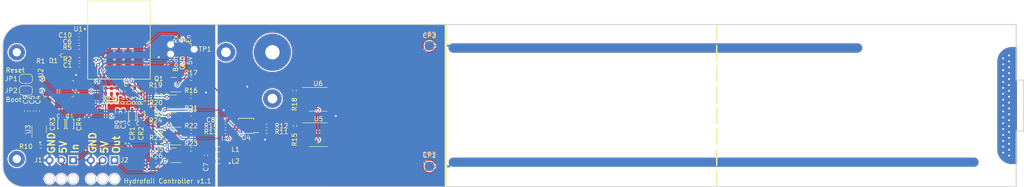
<source format=kicad_pcb>
(kicad_pcb (version 20221018) (generator pcbnew)
  (layers (0 "F.Cu" signal) (31 "B.Cu" signal) (34 "B.Paste" user) (35 "F.Paste" user) (36 "B.SilkS" user "B.Silkscreen") (37 "F.SilkS" user "F.Silkscreen") (38 "B.Mask" user) (39 "F.Mask" user) (44 "Edge.Cuts" user))
  (net 0 "")
  (net 1 "AIN0")
  (net 2 "+5V")
  (net 3 "GND")
  (net 4 "AIN1")
  (net 5 "/+5V-Logic")
  (net 6 "+3.3V")
  (net 7 "Input-Reset")
  (net 8 "GNDA")
  (net 9 "+5VA")
  (net 10 "+5V-Prog")
  (net 11 "Input-Boot")
  (net 12 "ESP-Boot")
  (net 13 "Net-(D1-A)")
  (net 14 "User-LED")
  (net 15 "Net-(D2-A)")
  (net 16 "Ready-LV")
  (net 17 "Ready-HV")
  (net 18 "SDA-LV")
  (net 19 "SDA-HV")
  (net 20 "SCL-LV")
  (net 21 "SCL-HV")
  (net 22 "PWM-In-LV")
  (net 23 "PWM-In-HV")
  (net 24 "PWM-Out-LV")
  (net 25 "PWM-Out-HV")
  (net 26 "/+5V-Raw")
  (net 27 "Net-(JP1-A)")
  (net 28 "Net-(JP2-A)")
  (net 29 "/ADS1115-ADC/Set-Curr-1")
  (net 30 "/ADS1115-ADC/Set-Curr-2")
  (net 31 "ESP-Rx")
  (net 32 "ESP-Tx")
  (net 33 "ESP-En")
  (net 34 "Net-(U4-ADDR)")
  (net 37 "Net-(C3-Pad1)")
  (net 38 "Net-(U1-IO2)")
  (net 39 "Net-(U3-ON)")
  (footprint "LED_SMD:LED_0402_1005Metric_Pad0.77x0.64mm_HandSolder" (layer "F.Cu") (at 65.973709 85.486279 -90)
    (fp_text reference "D2")
    (fp_text value "Red")
  )
  (footprint "Capacitor_SMD:C_0402_1005Metric_Pad0.74x0.62mm_HandSolder" (layer "F.Cu") (at 45.085 90.369127 90)
    (fp_text reference "C5")
    (fp_text value "10u")
  )
  (footprint "CUS08F30:USC_TOS" (layer "F.Cu") (at 51.435 93.159127 -90)
    (fp_text reference "CR3")
    (fp_text value "CUS08F30_H3F")
  )
  (footprint "Resistor_SMD:R_0402_1005Metric_Pad0.72x0.64mm_HandSolder" (layer "F.Cu") (at 79.3375 98.624127 180)
    (fp_text reference "R23")
    (fp_text value "10k")
  )
  (footprint "Package_SO:SOIC-8_3.9x4.9mm_P1.27mm" (layer "F.Cu") (at 106.68 87.829127)
    (fp_text reference "U6")
    (fp_text value "LM334M")
  )
  (footprint "Package_TO_SOT_SMD:SOT-23" (layer "F.Cu") (at 75.535 96.084127 180)
    (fp_text reference "Q4")
    (fp_text value "BSS138")
  )
  (footprint "Resistor_SMD:R_0402_1005Metric_Pad0.72x0.64mm_HandSolder" (layer "F.Cu") (at 63.483408 86.031482 90)
    (fp_text reference "R7")
    (fp_text value "10k")
  )
  (footprint "Capacitor_SMD:C_0402_1005Metric_Pad0.74x0.62mm_HandSolder" (layer "F.Cu") (at 62.213408 86.031482 -90)
    (fp_text reference "C2")
    (fp_text value "1u")
  )
  (footprint "ESP32-C3-MINI-1-N4:ESP32-C3-MINI-1_EXP" (layer "F.Cu") (at 63.829999 75.034027)
    (fp_text reference "U1")
    (fp_text value "ESP32-C3-MINI-1-N4")
  )
  (footprint "Package_TO_SOT_SMD:SOT-23" (layer "F.Cu") (at 75.565 88.464127 180)
    (fp_text reference "Q2")
    (fp_text value "BSS138")
  )
  (footprint "Custom_Footprints:Solder_Connector" (layer "F.Cu") (at 60.325 100.965 180)
    (fp_text reference "J2" hide)
    (fp_text value "Conn_01x03_Pin" hide)
  )
  (footprint "Resistor_SMD:R_0402_1005Metric_Pad0.72x0.64mm_HandSolder" (layer "F.Cu") (at 79.3375 87.194127 180)
    (fp_text reference "R16")
    (fp_text value "10k")
  )
  (footprint "Resistor_SMD:R_0402_1005Metric_Pad0.72x0.64mm_HandSolder" (layer "F.Cu") (at 71.7175 93.544127)
    (fp_text reference "R24")
    (fp_text value "10k")
  )
  (footprint "Resistor_SMD:R_0402_1005Metric_Pad0.72x0.64mm_HandSolder" (layer "F.Cu") (at 71.7925 97.354127)
    (fp_text reference "R25")
    (fp_text value "10k")
  )
  (footprint "Resistor_SMD:R_0402_1005Metric_Pad0.72x0.64mm_HandSolder" (layer "F.Cu") (at 71.7925 89.734127)
    (fp_text reference "R20")
    (fp_text value "10k")
  )
  (footprint "Package_TO_SOT_SMD:SOT-23" (layer "F.Cu") (at 75.565 84.654127 180)
    (fp_text reference "Q1")
    (fp_text value "BSS138")
  )
  (footprint "Resistor_SMD:R_0402_1005Metric_Pad0.72x0.64mm_HandSolder" (layer "F.Cu") (at 64.753408 86.068982 90)
    (fp_text reference "R4")
    (fp_text value "1k")
  )
  (footprint "Resistor_SMD:R_0402_1005Metric_Pad0.72x0.64mm_HandSolder" (layer "F.Cu") (at 71.7175 85.924127)
    (fp_text reference "R19")
    (fp_text value "10k")
  )
  (footprint "Connector:Tag-Connect_TC2030-IDC-NL_2x03_P1.27mm_Vertical" (layer "F.Cu") (at 77.47 77.034127 180)
    (fp_text reference "TP1")
    (fp_text value "~")
  )
  (footprint "Resistor_SMD:R_0402_1005Metric_Pad0.72x0.64mm_HandSolder" (layer "F.Cu") (at 79.3375 91.004127 180)
    (fp_text reference "R21")
    (fp_text value "10k")
  )
  (footprint "Resistor_SMD:R_0402_1005Metric_Pad0.72x0.64mm_HandSolder" (layer "F.Cu") (at 63.5 90.739127 -90)
    (fp_text reference "R9")
    (fp_text value "1k")
  )
  (footprint "Capacitor_SMD:C_0402_1005Metric_Pad0.74x0.62mm_HandSolder" (layer "F.Cu") (at 55.245 75.379127 180)
    (fp_text reference "C6")
    (fp_text value "10u")
  )
  (footprint "Capacitor_SMD:C_0402_1005Metric_Pad0.74x0.62mm_HandSolder" (layer "F.Cu") (at 82.55 99.894127 -90)
    (fp_text reference "C7")
    (fp_text value "1u")
  )
  (footprint "Capacitor_SMD:C_0402_1005Metric_Pad0.74x0.62mm_HandSolder" (layer "F.Cu") (at 46.355 90.369127 90)
    (fp_text reference "C4")
    (fp_text value "10u")
  )
  (footprint "Capacitor_SMD:C_0402_1005Metric_Pad0.74x0.62mm_HandSolder" (layer "F.Cu") (at 64.77 90.739127 -90)
    (fp_text reference "C3")
    (fp_text value "1u")
  )
  (footprint "Capacitor_SMD:C_0402_1005Metric_Pad0.74x0.62mm_HandSolder" (layer "F.Cu") (at 55.243749 73.986301 180)
    (fp_text reference "C10")
    (fp_text value "10u")
  )
  (footprint "Resistor_SMD:R_0402_1005Metric_Pad0.72x0.64mm_HandSolder" (layer "F.Cu") (at 67.212613 86.044692 90)
    (fp_text reference "R3")
    (fp_text value "10k")
  )
  (footprint "Resistor_SMD:R_0402_1005Metric_Pad0.72x0.64mm_HandSolder" (layer "F.Cu") (at 101.73 93.544127 -90)
    (fp_text reference "R15")
    (fp_text value "150R")
  )
  (footprint "Package_TO_SOT_SMD:SOT-23" (layer "F.Cu") (at 75.565 99.894127 180)
    (fp_text reference "Q5")
    (fp_text value "BSS138")
  )
  (footprint "Resistor_SMD:R_0402_1005Metric_Pad0.72x0.64mm_HandSolder" (layer "F.Cu") (at 49.77 79.574127 180)
    (fp_text reference "R1")
    (fp_text value "1k")
  )
  (footprint "TestPoint:TestPoint_Pad_D2.0mm" (layer "F.Cu") (at 130.617262 76.260138 180)
    (fp_text reference "CP3")
    (fp_text value "Short Probe")
  )
  (footprint "digikey-footprints:SOT-223" (layer "F.Cu") (at 50.8 85.539127)
    (fp_text reference "U2")
    (fp_text value "LD1117S33CTR")
  )
  (footprint "Package_TO_SOT_SMD:SOT-23-6" (layer "F.Cu") (at 46.67 94.311627 90)
    (fp_text reference "U3")
    (fp_text value "TPS22917DBV")
  )
  (footprint "Package_TO_SOT_SMD:SOT-23" (layer "F.Cu") (at 75.535 92.274127 180)
    (fp_text reference "Q3")
    (fp_text value "BSS138")
  )
  (footprint "Jumper:SolderJumper-2_P1.3mm_Open_RoundedPad1.0x1.5mm" (layer "F.Cu") (at 43.815 83.384127 180)
    (fp_text reference "JP1")
    (fp_text value "Reset Settings")
  )
  (footprint "CUS08F30:USC_TOS" (layer "F.Cu") (at 53.34 93.159127 -90)
    (fp_text reference "CR4")
    (fp_text value "CUS08F30_H3F")
  )
  (footprint "Inductor_SMD:L_0805_2012Metric_Pad1.05x1.20mm_HandSolder" (layer "F.Cu") (at 85.21 101.164127 180)
    (fp_text reference "L2")
    (fp_text value "MMZ2012Y102B")
  )
  (footprint "Resistor_SMD:R_0402_1005Metric_Pad0.72x0.64mm_HandSolder" (layer "F.Cu") (at 60.943408 86.031482 -90)
    (fp_text reference "R8")
    (fp_text value "1k")
  )
  (footprint "Resistor_SMD:R_0402_1005Metric_Pad0.72x0.64mm_HandSolder" (layer "F.Cu") (at 79.3375 94.814127 180)
    (fp_text reference "R22")
    (fp_text value "10k")
  )
  (footprint "CUS08F30:USC_TOS" (layer "F.Cu") (at 68.58 91.374127 90)
    (fp_text reference "CR2")
    (fp_text value "CUS08F30_H3F")
  )
  (footprint "CUS08F30:USC_TOS" (layer "F.Cu") (at 66.675 91.374127 90)
    (fp_text reference "CR1")
    (fp_text value "CUS08F30_H3F")
  )
  (footprint "Resistor_SMD:R_0402_1005Metric_Pad0.72x0.64mm_HandSolder" (layer "F.Cu") (at 55.3125 79.189127)
    (fp_text reference "R2")
    (fp_text value "10k")
  )
  (footprint "Package_SO:SOIC-8_3.9x4.9mm_P1.27mm" (layer "F.Cu") (at 106.745 95.449127)
    (fp_text reference "U5")
    (fp_text value "LM334M")
  )
  (footprint "Jumper:SolderJumper-2_P1.3mm_Open_RoundedPad1.0x1.5mm" (layer "F.Cu") (at 43.815 85.924127 180)
    (fp_text reference "JP2")
    (fp_text value "Boot")
  )
  (footprint "Resistor_SMD:R_0402_1005Metric_Pad0.72x0.64mm_HandSolder" (layer "F.Cu") (at 68.563408 86.031482 90)
    (fp_text reference "R6")
    (fp_text value "10k")
  )
  (footprint "Resistor_SMD:R_0402_1005Metric_Pad0.72x0.64mm_HandSolder" (layer "F.Cu") (at 46.99 97.989127 180)
    (fp_text reference "R10")
    (fp_text value "10k")
  )
  (footprint "Capacitor_SMD:C_0402_1005Metric_Pad0.74x0.62mm_HandSolder" (layer "F.Cu") (at 86.6775 92.274127)
    (fp_text reference "C8")
    (fp_text value "1u")
  )
  (footprint "Resistor_SMD:R_0402_1005Metric_Pad0.72x0.64mm_HandSolder" (layer "F.Cu") (at 55.2825 76.649127)
    (fp_text reference "R5")
    (fp_text value "10k")
  )
  (footprint "Inductor_SMD:L_0805_2012Metric_Pad1.05x1.20mm_HandSolder" (layer "F.Cu") (at 85.21 98.624127 180)
    (fp_text reference "L1")
    (fp_text value "MMZ2012Y102B")
  )
  (footprint "Resistor_SMD:R_0402_1005Metric_Pad0.72x0.64mm_HandSolder" (layer "F.Cu") (at 71.7925 101.164127)
    (fp_text reference "R26")
    (fp_text value "10k")
  )
  (footprint "Resistor_SMD:R_0402_1005Metric_Pad0.72x0.64mm_HandSolder" (layer "F.Cu") (at 86.7075 94.814127)
    (fp_text reference "R13")
    (fp_text value "10k")
  )
  (footprint "Resistor_SMD:R_0402_1005Metric_Pad0.72x0.64mm_HandSolder" (layer "F.Cu") (at 101.6 85.924127 -90)
    (fp_text reference "R18")
    (fp_text value "150R")
  )
  (footprint "TestPoint:TestPoint_Pad_D2.0mm" (layer "F.Cu") (at 130.617262 102.295138 180)
    (fp_text reference "CP1")
    (fp_text value "Long Probe")
  )
  (footprint "Resistor_SMD:R_0402_1005Metric_Pad0.72x0.64mm_HandSolder" (layer "F.Cu") (at 95.5975 94.814127)
    (fp_text reference "R11")
    (fp_text value "10k")
  )
  (footprint "Resistor_SMD:R_0402_1005Metric_Pad0.72x0.64mm_HandSolder" (layer "F.Cu") (at 95.5975 93.544127 180)
    (fp_text reference "R12")
    (fp_text value "10k")
  )
  (footprint "Capacitor_SMD:C_0402_1005Metric_Pad0.74x0.62mm_HandSolder" (layer "F.Cu") (at 43.865563 90.36792 90)
    (fp_text reference "C9")
    (fp_text value "10u")
  )
  (footprint "Resistor_SMD:R_0402_1005Metric_Pad0.72x0.64mm_HandSolder" (layer "F.Cu") (at 79.3375 83.384127 180)
    (fp_text reference "R17")
    (fp_text value "10k")
  )
  (footprint "Resistor_SMD:R_0402_1005Metric_Pad0.72x0.64mm_HandSolder" (layer "F.Cu") (at 86.7825 93.544127)
    (fp_text reference "R14")
    (fp_text value "10k")
  )
  (footprint "LED_SMD:LED_0402_1005Metric_Pad0.77x0.64mm_HandSolder" (layer "F.Cu") (at 49.7325 78.304127 180)
    (fp_text reference "D1")
    (fp_text value "Yellow")
  )
  (footprint "Package_SO:TSSOP-10_3x3mm_P0.5mm" (layer "F.Cu") (at 91.19 93.544127 180)
    (fp_text reference "U4")
    (fp_text value "ADS1115IDGS")
  )
  (footprint "Custom_Footprints:Solder_Connector" (layer "F.Cu") (at 51.435 100.965 180)
    (fp_text reference "J1" hide)
    (fp_text value "Conn_01x03_Pin" hide)
  )
  (footprint "Capacitor_SMD:C_0402_1005Metric_Pad0.74x0.62mm_HandSolder" (layer "F.Cu") (at 55.3125 80.459127 180)
    (fp_text reference "C1")
    (fp_text value "1u")
  )
  (footprint "TestPoint:TestPoint_Pad_D2.0mm" (layer "B.Cu") (at 130.617262 76.260138)
    (fp_text reference "CP4")
    (fp_text value "Short Probe")
  )
  (footprint "TestPoint:TestPoint_Pad_D2.0mm" (layer "B.Cu") (at 130.617262 102.295138)
    (fp_text reference "CP2")
    (fp_text value "Long Probe")
  )
  (gr_poly (pts (arc (start 255.89936 76.667007) (mid 253.77804 77.545687) (end 252.89936 79.667007)) (arc (start 252.89936 98.667007) (mid 253.77804 100.788327) (end 255.89936 101.667007)) (xy 256.89936 101.667007) (xy 256.89936 76.667007)) (stroke (width 0.2)) (fill solid) (layer "F.Cu"))
  (gr_poly (pts (arc (start 255.89936 76.667007) (mid 253.77804 77.545687) (end 252.89936 79.667007)) (arc (start 252.89936 98.667007) (mid 253.77804 100.788327) (end 255.89936 101.667007)) (xy 256.89936 101.667007) (xy 256.89936 76.667007)) (stroke (width 0.2)) (fill solid) (layer "B.Cu"))
  (gr_line (start 192.423942 106.52895) (end 192.432715 71.790516) (stroke (width 0.3) (type dash)) (layer "F.SilkS"))
  (gr_line (start 134.149407 71.830892) (end 134.148989 106.497336) (stroke (width 0.5)) (layer "F.SilkS"))
  (gr_line (start 256.847349 71.68) (end 256.847349 83.68) (stroke (width 0.2)) (layer "Edge.Cuts"))
  (gr_line (start 38.847349 76.18) (end 38.847349 102.18) (stroke (width 0.2)) (layer "Edge.Cuts"))
  (gr_arc (start 43.347349 106.68) (mid 40.165346 105.361996) (end 38.847349 102.18) (stroke (width 0.2)) (layer "Edge.Cuts"))
  (gr_line (start 258.447349 94.68) (end 256.847349 94.68) (stroke (width 0.2)) (layer "Edge.Cuts"))
  (gr_arc (start 38.847349 76.18) (mid 40.165353 72.998003) (end 43.347349 71.68) (stroke (width 0.2)) (layer "Edge.Cuts"))
  (gr_line (start 258.447349 83.68) (end 258.447349 94.68) (stroke (width 0.2)) (layer "Edge.Cuts"))
  (gr_line (start 43.347349 106.68) (end 256.847349 106.68) (stroke (width 0.2)) (layer "Edge.Cuts"))
  (gr_line (start 256.847349 83.68) (end 258.447349 83.68) (stroke (width 0.2)) (layer "Edge.Cuts"))
  (gr_line (start 256.847349 71.68) (end 43.347349 71.68) (stroke (width 0.2)) (layer "Edge.Cuts"))
  (gr_line (start 256.847349 94.68) (end 256.847349 106.68) (stroke (width 0.2)) (layer "Edge.Cuts"))
  (gr_text "Out" (at 64.135 99.695 90) (layer "F.SilkS") (effects (font (size 1.5 1.5) (thickness 0.3) bold) (justify left bottom)))
  (gr_text "In" (at 55.245 99.695 90) (layer "F.SilkS") (effects (font (size 1.5 1.5) (thickness 0.3) bold) (justify left bottom)))
  (gr_text "Reset" (at 39.37 82.114127) (layer "F.SilkS") (effects (font (size 1 1)) (justify left bottom)))
  (gr_text "5V" (at 52.705 99.695 90) (layer "F.SilkS") (effects (font (size 1.5 1.5) (thickness 0.3) bold) (justify left bottom)))
  (gr_text "5V" (at 79.640585 80.488997 90) (layer "F.SilkS") (effects (font (size 1 1)) (justify left bottom)))
  (gr_text "C" (at 50.301648 91.917203) (layer "F.SilkS") (effects (font (size 0.8 0.8) (thickness 0.12)) (justify left bottom)))
  (gr_text "GND" (at 78.060578 81.583805 90) (layer "F.SilkS") (effects (font (size 1 1)) (justify left bottom)))
  (gr_text "Tx" (at 77.96105 75.724093 90) (layer "F.SilkS") (effects (font (size 1 1)) (justify left bottom)))
  (gr_text "Hydrofoil Controller v1.1" (at 64.77 106.045) (layer "F.SilkS") (effects (font (size 1 1)) (justify left bottom)))
  (gr_text "C" (at 64.794256 85.119188) (layer "F.SilkS") (effects (font (size 0.8 0.8) (thickness 0.12)) (justify left bottom)))
  (gr_text "5V" (at 61.595 99.695 90) (layer "F.SilkS") (effects (font (size 1.5 1.5) (thickness 0.3) bold) (justify left bottom)))
  (gr_text "J2" (at 64.051414 101.50175) (layer "F.SilkS") (effects (font (size 1 1)) (justify left bottom)))
  (gr_text "Boot" (at 76.60498 81.969476 90) (layer "F.SilkS") (effects (font (size 1 1)) (justify left bottom)))
  (gr_text "GND" (at 50.165 99.695 90) (layer "F.SilkS") (effects (font (size 1.5 1.5) (thickness 0.3) bold) (justify left bottom)))
  (gr_text "Boot" (at 39.37 88.464127) (layer "F.SilkS") (effects (font (size 1 1)) (justify left bottom)))
  (gr_text "Rx" (at 76.580098 75.823621 90) (layer "F.SilkS") (effects (font (size 1 1)) (justify left bottom)))
  (gr_text "En" (at 79.375 75.764127 90) (layer "F.SilkS") (effects (font (size 1 1)) (justify left bottom)))
  (gr_text "C" (at 52.229329 91.925103) (layer "F.SilkS") (effects (font (size 0.8 0.8) (thickness 0.12)) (justify left bottom)))
  (gr_text "C" (at 65.474233 93.506815) (layer "F.SilkS") (effects (font (size 0.8 0.8) (thickness 0.12)) (justify left bottom)))
  (gr_text "J1" (at 45.518299 101.492445) (layer "F.SilkS") (effects (font (size 1 1)) (justify left bottom)))
  (gr_text "C" (at 67.380846 93.517349) (layer "F.SilkS") (effects (font (size 0.8 0.8) (thickness 0.12)) (justify left bottom)))
  (gr_text "GND" (at 59.055 99.695 90) (layer "F.SilkS") (effects (font (size 1.5 1.5) (thickness 0.3) bold) (justify left bottom)))
  (gr_text "C" (at 51.045705 78.841826) (layer "F.SilkS") (effects (font (size 0.8 0.8) (thickness 0.12)) (justify left bottom)))
  (via (at 255.318605 98.686961) (size 0.8) (drill 0.4) (layers "F.Cu" "B.Cu") (net 0))
  (via (at 53.975 104.974127) (size 2.1) (drill 2) (layers "F.Cu" "B.Cu") (net 0))
  (via (at 254.048605 98.051961) (size 0.8) (drill 0.4) (layers "F.Cu" "B.Cu") (net 0))
  (via (at 255.318605 85.986961) (size 0.8) (drill 0.4) (layers "F.Cu" "B.Cu") (net 0))
  (via (at 255.318605 88.526961) (size 0.8) (drill 0.4) (layers "F.Cu" "B.Cu") (net 0))
  (via (at 255.318605 79.636961) (size 0.8) (drill 0.4) (layers "F.Cu" "B.Cu") (net 0))
  (via (at 254.048605 92.971961) (size 0.8) (drill 0.4) (layers "F.Cu" "B.Cu") (net 0))
  (via (at 255.318605 93.606961) (size 0.8) (drill 0.4) (layers "F.Cu" "B.Cu") (net 0))
  (via (at 255.318605 94.876961) (size 0.8) (drill 0.4) (layers "F.Cu" "B.Cu") (net 0))
  (via (at 255.318605 87.256961) (size 0.8) (drill 0.4) (layers "F.Cu" "B.Cu") (net 0))
  (via (at 57.785 104.974127) (size 2.1) (drill 2) (layers "F.Cu" "B.Cu") (net 0))
  (via (at 254.048605 81.541961) (size 0.8) (drill 0.4) (layers "F.Cu" "B.Cu") (net 0))
  (via (at 60.325 104.974127) (size 2.1) (drill 2) (layers "F.Cu" "B.Cu") (net 0))
  (via (at 255.318605 78.366961) (size 0.8) (drill 0.4) (layers "F.Cu" "B.Cu") (net 0))
  (via (at 255.318605 80.906961) (size 0.8) (drill 0.4) (layers "F.Cu" "B.Cu") (net 0))
  (via (at 51.435 104.974127) (size 2.1) (drill 2) (layers "F.Cu" "B.Cu") (net 0))
  (via (at 254.048605 90.431961) (size 0.8) (drill 0.4) (layers "F.Cu" "B.Cu") (net 0))
  (via (at 254.048605 82.811961) (size 0.8) (drill 0.4) (layers "F.Cu" "B.Cu") (net 0))
  (via (at 254.048605 96.781961) (size 0.8) (drill 0.4) (layers "F.Cu" "B.Cu") (net 0))
  (via (at 86.846262 77.673571) (size 4) (drill 2.1) (layers "F.Cu" "B.Cu") (net 0))
  (via (at 96.847318 87.670445) (size 4) (drill 2.1) (layers "F.Cu" "B.Cu") (net 0))
  (via (at 255.318605 82.176961) (size 0.8) (drill 0.4) (layers "F.Cu" "B.Cu") (net 0))
  (via (at 254.048605 87.891961) (size 0.8) (drill 0.4) (layers "F.Cu" "B.Cu") (net 0))
  (via (at 254.048605 84.081961) (size 0.8) (drill 0.4) (layers "F.Cu" "B.Cu") (net 0))
  (via (at 255.318605 84.716961) (size 0.8) (drill 0.4) (layers "F.Cu" "B.Cu") (net 0))
  (via (at 254.048605 85.351961) (size 0.8) (drill 0.4) (layers "F.Cu" "B.Cu") (net 0))
  (via (at 254.048605 94.241961) (size 0.8) (drill 0.4) (layers "F.Cu" "B.Cu") (net 0))
  (via (at 255.318605 92.336961) (size 0.8) (drill 0.4) (layers "F.Cu" "B.Cu") (net 0))
  (via (at 255.318605 97.416961) (size 0.8) (drill 0.4) (layers "F.Cu" "B.Cu") (net 0))
  (via (at 48.895 104.974127) (size 2.1) (drill 2) (layers "F.Cu" "B.Cu") (net 0))
  (via (at 255.318605 89.796961) (size 0.8) (drill 0.4) (layers "F.Cu" "B.Cu") (net 0))
  (via (at 41.849366 77.68089) (size 3.5) (drill 1.8) (layers "F.Cu" "B.Cu") (net 0))
  (via (at 255.318605 91.066961) (size 0.8) (drill 0.4) (layers "F.Cu" "B.Cu") (net 0))
  (via (at 254.048605 89.161961) (size 0.8) (drill 0.4) (layers "F.Cu" "B.Cu") (net 0))
  (via (at 96.841761 77.674377) (size 8) (drill 3.1) (layers "F.Cu" "B.Cu") (net 0))
  (via (at 254.048605 95.511961) (size 0.8) (drill 0.4) (layers "F.Cu" "B.Cu") (net 0))
  (via (at 41.847349 100.675701) (size 3.5) (drill 1.8) (layers "F.Cu" "B.Cu") (net 0))
  (via (at 254.048605 79.001961) (size 0.8) (drill 0.4) (layers "F.Cu" "B.Cu") (net 0))
  (via (at 62.865 104.974127) (size 2.1) (drill 2) (layers "F.Cu" "B.Cu") (net 0))
  (via (at 255.318605 99.956961) (size 0.8) (drill 0.4) (layers "F.Cu" "B.Cu") (net 0))
  (via (at 254.048605 86.621961) (size 0.8) (drill 0.4) (layers "F.Cu" "B.Cu") (net 0))
  (via (at 255.318605 96.146961) (size 0.8) (drill 0.4) (layers "F.Cu" "B.Cu") (net 0))
  (via (at 254.048605 99.321961) (size 0.8) (drill 0.4) (layers "F.Cu" "B.Cu") (net 0))
  (via (at 254.048605 91.701961) (size 0.8) (drill 0.4) (layers "F.Cu" "B.Cu") (net 0))
  (via (at 254.048605 80.271961) (size 0.8) (drill 0.4) (layers "F.Cu" "B.Cu") (net 0))
  (via (at 255.318605 83.446961) (size 0.8) (drill 0.4) (layers "F.Cu" "B.Cu") (net 0))
  (segment (start 100.298372 92.71) (end 100.314186 92.725814) (width 0.3) (layer "F.Cu") (net 1))
  (segment (start 120.92 94.814127) (end 119.401364 94.814127) (width 0.3) (layer "F.Cu") (net 1))
  (segment (start 130.617262 102.295138) (end 134.85506 102.295138) (width 0.3) (layer "F.Cu") (net 1))
  (segment (start 101.73 94.141627) (end 102.4025 94.814127) (width 0.3) (layer "F.Cu") (net 1))
  (segment (start 99.81 91.96) (end 99.81 92.46) (width 0.3) (layer "F.Cu") (net 1))
  (segment (start 121.17 94.097518) (end 121.17 94.564127) (width 0.3) (layer "F.Cu") (net 1))
  (segment (start 130.617262 102.295138) (end 123.136251 94.814127) (width 0.3) (layer "F.Cu") (net 1))
  (segment (start 109.22 94.814127) (end 109.22 96.084127) (width 0.3) (layer "F.Cu") (net 1))
  (segment (start 121.67 94.564127) (end 121.67 94.097518) (width 0.3) (layer "F.Cu") (net 1))
  (segment (start 123.136251 94.814127) (end 121.92 94.814127) (width 0.3) (layer "F.Cu") (net 1))
  (segment (start 134.85506 102.295138) (end 135.765598 101.3846) (width 0.3) (layer "F.Cu") (net 1))
  (segment (start 93.34 93.044127) (end 94.421251 93.044127) (width 0.3) (layer "F.Cu") (net 1))
  (segment (start 119.401364 94.814127) (end 109.22 94.814127) (width 0.3) (layer "F.Cu") (net 1))
  (segment (start 104.27 94.814127) (end 109.22 94.814127) (width 0.3) (layer "F.Cu") (net 1))
  (segment (start 135.765598 101.3846) (end 247.785627 101.3846) (width 1) (layer "F.Cu") (net 1))
  (segment (start 104.27 96.084127) (end 104.27 94.814127) (width 0.3) (layer "F.Cu") (net 1))
  (segment (start 100.298373 92.71) (end 100.314186 92.725814) (width 0.3) (layer "F.Cu") (net 1))
  (segment (start 102.4025 94.814127) (end 104.27 94.814127) (width 0.3) (layer "F.Cu") (net 1))
  (segment (start 100.314186 92.725814) (end 101.73 94.141627) (width 0.3) (layer "F.Cu") (net 1))
  (segment (start 100.06 92.71) (end 100.298372 92.71) (width 0.3) (layer "F.Cu") (net 1))
  (segment (start 99.31 92.46) (end 99.31 91.96) (width 0.3) (layer "F.Cu") (net 1))
  (segment (start 94.421251 93.044127) (end 94.755378 92.71) (width 0.3) (layer "F.Cu") (net 1))
  (segment (start 94.755378 92.71) (end 99.06 92.71) (width 0.3) (layer "F.Cu") (net 1))
  (arc (start 121.42 93.847518) (mid 121.243223 93.920741) (end 121.17 94.097518) (width 0.3) (layer "F.Cu") (net 1))
  (arc (start 99.56 91.71) (mid 99.736777 91.783223) (end 99.81 91.96) (width 0.3) (layer "F.Cu") (net 1))
  (arc (start 121.92 94.814127) (mid 121.743223 94.740904) (end 121.67 94.564127) (width 0.3) (layer "F.Cu") (net 1))
  (arc (start 99.81 92.46) (mid 99.883223 92.636777) (end 100.06 92.71) (width 0.3) (layer "F.Cu") (net 1))
  (arc (start 121.67 94.097518) (mid 121.596777 93.920741) (end 121.42 93.847518) (width 0.3) (layer "F.Cu") (net 1))
  (arc (start 99.31 91.96) (mid 99.383223 91.783223) (end 99.56 91.71) (width 0.3) (layer "F.Cu") (net 1))
  (arc (start 99.06 92.71) (mid 99.236777 92.636777) (end 99.31 92.46) (width 0.3) (layer "F.Cu") (net 1))
  (arc (start 121.17 94.564127) (mid 121.096777 94.740904) (end 120.92 94.814127) (width 0.3) (layer "F.Cu") (net 1))
  (segment (start 51.435 94.309127) (end 51.435 94.639327) (width 0.4) (layer "F.Cu") (net 2))
  (segment (start 69.85 102.87) (end 78.989238 102.87) (width 0.4) (layer "F.Cu") (net 2))
  (segment (start 71.12 85.924127) (end 71.12 99.06) (width 0.4) (layer "F.Cu") (net 2))
  (segment (start 71.12 99.06) (end 71.12 101.089127) (width 0.4) (layer "F.Cu") (net 2))
  (segment (start 45.083793 90.93542) (end 45.085 90.936627) (width 0.4) (layer "F.Cu") (net 2))
  (segment (start 71.12 101.089127) (end 71.195 101.164127) (width 0.4) (layer "F.Cu") (net 2))
  (segment (start 82.532611 99.326627) (end 82.55 99.326627) (width 0.4) (layer "F.Cu") (net 2))
  (segment (start 69.215 102.87) (end 69.85 102.87) (width 0.4) (layer "F.Cu") (net 2))
  (segment (start 45.72 91.571627) (end 45.085 90.936627) (width 0.4) (layer "F.Cu") (net 2))
  (segment (start 45.72 93.174127) (end 45.72 91.571627) (width 0.4) (layer "F.Cu") (net 2))
  (segment (start 82.55 99.326627) (end 83.3575 99.326627) (width 0.4) (layer "F.Cu") (net 2))
  (segment (start 45.72 93.174127) (end 45.72 93.664444) (width 0.4) (layer "F.Cu") (net 2))
  (segment (start 83.3575 99.326627) (end 84.06 98.624127) (width 0.4) (layer "F.Cu") (net 2))
  (segment (start 45.72 93.664444) (end 46.364683 94.309127) (width 0.4) (layer "F.Cu") (net 2))
  (segment (start 55.220673 98.425) (end 64.77 98.425) (width 0.4) (layer "F.Cu") (net 2))
  (segment (start 43.865563 90.93542) (end 45.083793 90.93542) (width 0.4) (layer "F.Cu") (net 2))
  (segment (start 46.364683 94.309127) (end 51.435 94.309127) (width 0.4) (layer "F.Cu") (net 2))
  (segment (start 78.989238 102.87) (end 82.532611 99.326627) (width 0.4) (layer "F.Cu") (net 2))
  (segment (start 51.435 94.639327) (end 55.220673 98.425) (width 0.4) (layer "F.Cu") (net 2))
  (segment (start 64.77 98.425) (end 69.215 102.87) (width 0.4) (layer "F.Cu") (net 2))
  (via (at 69.85 102.87) (size 0.8) (drill 0.4) (layers "F.Cu" "B.Cu") (net 2))
  (via (at 71.12 99.06) (size 0.8) (drill 0.4) (layers "F.Cu" "B.Cu") (net 2))
  (segment (start 69.85 102.87) (end 69.85 100.33) (width 0.4) (layer "B.Cu") (net 2))
  (segment (start 69.85 100.33) (end 71.12 99.06) (width 0.4) (layer "B.Cu") (net 2))
  (via (at 46.863358 97.120525) (size 0.8) (drill 0.4) (layers "F.Cu" "B.Cu") (net 3))
  (via (at 82.55 86.36) (size 0.8) (drill 0.4) (layers "F.Cu" "B.Cu") (net 3))
  (via (at 72.39 78.74) (size 0.8) (drill 0.4) (layers "F.Cu" "B.Cu") (net 3))
  (via (at 54.61 82.55) (size 0.8) (drill 0.4) (layers "F.Cu" "B.Cu") (net 3))
  (segment (start 135.262976 76.260138) (end 135.745028 76.74219) (width 0.3) (layer "F.Cu") (net 4))
  (segment (start 104.205 88.464127) (end 109.155 88.464127) (width 0.3) (layer "F.Cu") (net 4))
  (segment (start 104.205 87.194127) (end 104.205 88.464127) (width 0.3) (layer "F.Cu") (net 4))
  (segment (start 104.205 87.194127) (end 109.155 87.194127) (width 0.3) (layer "F.Cu") (net 4))
  (segment (start 109.155 87.194127) (end 119.683273 87.194127) (width 0.3) (layer "F.Cu") (net 4))
  (segment (start 135.745028 76.74219) (end 222.731736 76.74219) (width 2) (layer "F.Cu") (net 4))
  (segment (start 130.617262 76.260138) (end 135.262976 76.260138) (width 0.3) (layer "F.Cu") (net 4))
  (segment (start 93.674127 92.21) (end 95.911627 92.21) (width 0.3) (layer "F.Cu") (net 4))
  (segment (start 119.683273 87.194127) (end 130.617262 76.260138) (width 0.3) (layer "F.Cu") (net 4))
  (segment (start 93.34 92.544127) (end 93.674127 92.21) (width 0.3) (layer "F.Cu") (net 4))
  (segment (start 95.911627 92.21) (end 101.6 86.521627) (width 0.3) (layer "F.Cu") (net 4))
  (segment (start 101.6 86.521627) (end 102.2725 87.194127) (width 0.3) (layer "F.Cu") (net 4))
  (segment (start 102.2725 87.194127) (end 104.205 87.194127) (width 0.3) (layer "F.Cu") (net 4))
  (segment (start 135.744155 76.743063) (end 135.745028 76.74219) (width 0.25) (layer "F.Cu") (net 4))
  (segment (start 53.34 92.009127) (end 53.34 88.929127) (width 0.4) (layer "F.Cu") (net 5))
  (segment (start 47.4275 92.009127) (end 46.355 90.936627) (width 0.4) (layer "F.Cu") (net 5))
  (segment (start 53.34 88.929127) (end 53.1 88.689127) (width 0.4) (layer "F.Cu") (net 5))
  (segment (start 51.435 92.009127) (end 47.4275 92.009127) (width 0.4) (layer "F.Cu") (net 5))
  (segment (start 53.34 92.009127) (end 51.435 92.009127) (width 0.4) (layer "F.Cu") (net 5))
  (segment (start 67.212613 86.642192) (end 68.550198 86.642192) (width 0.25) (layer "F.Cu") (net 6))
  (segment (start 55.811249 75.377876) (end 55.8125 75.379127) (width 0.25) (layer "F.Cu") (net 6))
  (segment (start 56.776481 88.365607) (end 50.8 82.389127) (width 0.25) (layer "F.Cu") (net 6))
  (segment (start 60.96 92.71) (end 60.96 88.374321) (width 0.25) (layer "F.Cu") (net 6))
  (segment (start 79.935 98.624127) (end 79.935 83.384127) (width 0.25) (layer "F.Cu") (net 6))
  (segment (start 63.483408 86.628982) (end 64.715908 86.628982) (width 0.25) (layer "F.Cu") (net 6))
  (segment (start 63.483408 88.364771) (end 63.482572 88.365607) (width 0.25) (layer "F.Cu") (net 6))
  (segment (start 68.550198 86.642192) (end 68.563408 86.628982) (width 0.25) (layer "F.Cu") (net 6))
  (segment (start 54 79.189127) (end 54.715 79.189127) (width 0.25) (layer "F.Cu") (net 6))
  (segment (start 76.4725 93.224127) (end 77.715 93.224127) (width 0.25) (layer "F.Cu") (net 6))
  (segment (start 66.975823 86.878982) (end 67.212613 86.642192) (width 0.25) (layer "F.Cu") (net 6))
  (segment (start 76.5025 89.414127) (end 77.715 89.414127) (width 0.25) (layer "F.Cu") (net 6))
  (segment (start 54.685 76.506627) (end 55.8125 75.379127) (width 0.25) (layer "F.Cu") (net 6))
  (segment (start 50.8 88.689127) (end 50.8 82.389127) (width 0.25) (layer "F.Cu") (net 6))
  (segment (start 64.715908 86.628982) (end 64.753408 86.666482) (width 0.25) (layer "F.Cu") (net 6))
  (segment (start 77.715 89.414127) (end 79.935 87.194127) (width 0.25) (layer "F.Cu") (net 6))
  (segment (start 50.8 82.389127) (end 54 79.189127) (width 0.25) (layer "F.Cu") (net 6))
  (segment (start 55.811249 73.986301) (end 55.811249 75.377876) (width 0.25) (layer "F.Cu") (net 6))
  (segment (start 54.685 76.649127) (end 54.685 76.506627) (width 0.25) (layer "F.Cu") (net 6))
  (segment (start 55.8125 75.379127) (end 57.890001 75.379127) (width 0.25) (layer "F.Cu") (net 6))
  (segment (start 54.715 79.189127) (end 54.715 76.679127) (width 0.25) (layer "F.Cu") (net 6))
  (segment (start 57.890001 75.379127) (end 57.930001 75.339127) (width 0.25) (layer "F.Cu") (net 6))
  (segment (start 76.5025 100.844127) (end 75.5375 101.809127) (width 0.25) (layer "F.Cu") (net 6))
  (segment (start 75.5375 101.809127) (end 70.059127 101.809127) (width 0.25) (layer "F.Cu") (net 6))
  (segment (start 63.482572 88.365607) (end 56.776481 88.365607) (width 0.25) (layer "F.Cu") (net 6))
  (segment (start 50.8 82.389127) (end 50.8 80.006627) (width 0.25) (layer "F.Cu") (net 6))
  (segment (start 77.715 93.224127) (end 79.935 91.004127) (width 0.25) (layer "F.Cu") (net 6))
  (segment (start 64.753408 86.666482) (end 64.965908 86.878982) (width 0.25) (layer "F.Cu") (net 6))
  (segment (start 50.8 80.006627) (end 50.3675 79.574127) (width 0.25) (layer "F.Cu") (net 6))
  (segment (start 76.4725 97.034127) (end 77.715 97.034127) (width 0.25) (layer "F.Cu") (net 6))
  (segment (start 77.715 85.604127) (end 79.935 83.384127) (width 0.25) (layer "F.Cu") (net 6))
  (segment (start 54.715 76.679127) (end 54.685 76.649127) (width 0.25) (layer "F.Cu") (net 6))
  (segment (start 77.715 97.034127) (end 79.935 94.814127) (width 0.25) (layer "F.Cu") (net 6))
  (segment (start 76.5025 85.604127) (end 77.715 85.604127) (width 0.25) (layer "F.Cu") (net 6))
  (segment (start 77.715 100.844127) (end 79.935 98.624127) (width 0.25) (layer "F.Cu") (net 6))
  (segment (start 64.965908 86.878982) (end 66.975823 86.878982) (width 0.25) (layer "F.Cu") (net 6))
  (segment (start 70.059127 101.809127) (end 60.96 92.71) (width 0.25) (layer "F.Cu") (net 6))
  (segment (start 76.5025 100.844127) (end 77.715 100.844127) (width 0.25) (layer "F.Cu") (net 6))
  (segment (start 63.483408 86.628982) (end 63.483408 88.364771) (width 0.25) (layer "F.Cu") (net 6))
  (segment (start 63.483408 85.433982) (end 64.63 84.28739) (width 0.25) (layer "F.Cu") (net 7))
  (segment (start 64.63 84.28739) (end 64.63 82.639127) (width 0.25) (layer "F.Cu") (net 7))
  (segment (start 60.943408 85.433982) (end 63.483408 85.433982) (width 0.25) (layer "F.Cu") (net 7))
  (segment (start 87.63 101.6) (end 87.194127 101.164127) (width 0.4) (layer "F.Cu") (net 8))
  (segment (start 87.194127 101.164127) (end 86.36 101.164127) (width 0.4) (layer "F.Cu") (net 8))
  (via (at 86.36 90.17) (size 0.8) (drill 0.4) (layers "F.Cu" "B.Cu") (net 8))
  (via (at 95.25 96.52) (size 0.8) (drill 0.4) (layers "F.Cu" "B.Cu") (net 8))
  (via (at 110.49 91.44) (size 0.8) (drill 0.4) (layers "F.Cu" "B.Cu") (net 8))
  (via (at 91.44 85.09) (size 0.8) (drill 0.4) (layers "F.Cu" "B.Cu") (net 8))
  (via (at 87.63 101.6) (size 0.8) (drill 0.4) (layers "F.Cu" "B.Cu") (net 8))
  (segment (start 130.617262 102.295138) (end 134.853368 102.295138) (width 0.4) (layer "B.Cu") (net 8))
  (segment (start 135.248189 76.260138) (end 135.734341 76.74629) (width 0.4) (layer "B.Cu") (net 8))
  (segment (start 134.853368 102.295138) (end 135.763682 101.384824) (width 0.4) (layer "B.Cu") (net 8))
  (segment (start 135.763682 101.384824) (end 247.783711 101.384824) (width 2) (layer "B.Cu") (net 8))
  (segment (start 130.617262 76.260138) (end 135.248189 76.260138) (width 0.4) (layer "B.Cu") (net 8))
  (segment (start 135.734341 76.74629) (end 222.721049 76.74629) (width 2) (layer "B.Cu") (net 8))
  (segment (start 104.205 89.734127) (end 106.244127 89.734127) (width 0.4) (layer "F.Cu") (net 9))
  (segment (start 86.11 94.814127) (end 86.11 93.619127) (width 0.4) (layer "F.Cu") (net 9))
  (segment (start 93.755 97.354127) (end 97.79 97.354127) (width 0.4) (layer "F.Cu") (net 9))
  (segment (start 97.79 95.139127) (end 97.79 97.354127) (width 0.4) (layer "F.Cu") (net 9))
  (segment (start 90.17 93.519127) (end 90.596387 93.519127) (width 0.4) (layer "F.Cu") (net 9))
  (segment (start 106.244127 89.734127) (end 106.68 90.17) (width 0.4) (layer "F.Cu") (net 9))
  (segment (start 90.145 93.544127) (end 89.04 93.544127) (width 0.3) (layer "F.Cu") (net 9))
  (segment (start 89.92 92.019127) (end 87.5 92.019127) (width 0.4) (layer "F.Cu") (net 9))
  (segment (start 86.185 93.544127) (end 87.245 92.484127) (width 0.4) (layer "F.Cu") (net 9))
  (segment (start 90.596387 93.519127) (end 90.887599 93.810339) (width 0.4) (layer "F.Cu") (net 9))
  (segment (start 90.887599 94.486726) (end 93.755 97.354127) (width 0.4) (layer "F.Cu") (net 9))
  (segment (start 97.79 97.354127) (end 98.985 97.354127) (width 0.4) (layer "F.Cu") (net 9))
  (segment (start 86.36 95.064127) (end 86.11 94.814127) (width 0.4) (layer "F.Cu") (net 9))
  (segment (start 90.887599 93.810339) (end 90.887599 94.486726) (width 0.4) (layer "F.Cu") (net 9))
  (segment (start 86.36 98.624127) (end 86.36 95.064127) (width 0.4) (layer "F.Cu") (net 9))
  (segment (start 96.195 93.544127) (end 97.79 95.139127) (width 0.4) (layer "F.Cu") (net 9))
  (segment (start 89.92 92.019127) (end 89.94 92.039127) (width 0.3) (layer "F.Cu") (net 9))
  (segment (start 90.17 92.269127) (end 90.17 93.519127) (width 0.4) (layer "F.Cu") (net 9))
  (segment (start 89.94 92.039127) (end 90.17 92.269127) (width 0.4) (layer "F.Cu") (net 9))
  (segment (start 90.17 93.519127) (end 90.145 93.544127) (width 0.3) (layer "F.Cu") (net 9))
  (segment (start 86.11 93.619127) (end 86.185 93.544127) (width 0.4) (layer "F.Cu") (net 9))
  (segment (start 106.68 96.52) (end 105.845873 97.354127) (width 0.4) (layer "F.Cu") (net 9))
  (segment (start 98.985 97.354127) (end 104.27 97.354127) (width 0.4) (layer "F.Cu") (net 9))
  (segment (start 87.245 92.484127) (end 87.245 92.274127) (width 0.4) (layer "F.Cu") (net 9))
  (segment (start 105.845873 97.354127) (end 104.27 97.354127) (width 0.4) (layer "F.Cu") (net 9))
  (segment (start 87.5 92.019127) (end 87.245 92.274127) (width 0.4) (layer "F.Cu") (net 9))
  (via (at 106.68 96.52) (size 0.8) (drill 0.4) (layers "F.Cu" "B.Cu") (net 9))
  (via (at 106.68 90.17) (size 0.8) (drill 0.4) (layers "F.Cu" "B.Cu") (net 9))
  (segment (start 106.68 90.17) (end 106.68 96.52) (width 0.4) (layer "B.Cu") (net 9))
  (segment (start 77.47 78.939127) (end 78.74 77.669127) (width 0.4) (layer "F.Cu") (net 10))
  (segment (start 60.2355 89.263172) (end 59.326828 89.263172) (width 0.4) (layer "F.Cu") (net 10))
  (segment (start 54.280873 94.309127) (end 53.34 94.309127) (width 0.4) (layer "F.Cu") (net 10))
  (segment (start 77.47 80.01) (end 77.47 78.939127) (width 0.4) (layer "F.Cu") (net 10))
  (segment (start 59.326828 89.263172) (end 54.280873 94.309127) (width 0.4) (layer "F.Cu") (net 10))
  (via (at 60.2355 89.263172) (size 0.8) (drill 0.4) (layers "F.Cu" "B.Cu") (net 10))
  (via (at 77.47 80.01) (size 0.8) (drill 0.4) (layers "F.Cu" "B.Cu") (net 10))
  (segment (start 60.2355 89.263172) (end 60.96 88.538672) (width 0.4) (layer "B.Cu") (net 10))
  (segment (start 60.798752 80.01) (end 77.47 80.01) (width 0.4) (layer "B.Cu") (net 10))
  (segment (start 59.548314 81.260438) (end 60.798752 80.01) (width 0.4) (layer "B.Cu") (net 10))
  (segment (start 59.548314 82.390178) (end 59.548314 81.260438) (width 0.4) (layer "B.Cu") (net 10))
  (segment (start 60.96 88.538672) (end 60.96 83.801864) (width 0.4) (layer "B.Cu") (net 10))
  (segment (start 60.96 83.801864) (end 59.548314 82.390178) (width 0.4) (layer "B.Cu") (net 10))
  (segment (start 68.58 90.224127) (end 69.225 89.579127) (width 0.25) (layer "F.Cu") (net 11))
  (segment (start 69.208408 86.078982) (end 68.563408 85.433982) (width 0.25) (layer "F.Cu") (net 11))
  (segment (start 68.563408 85.433982) (end 67.829999 84.700573) (width 0.25) (layer "F.Cu") (net 11))
  (segment (start 69.225 86.095574) (end 69.208408 86.078982) (width 0.25) (layer "F.Cu") (net 11))
  (segment (start 69.225 89.579127) (end 69.225 86.095574) (width 0.25) (layer "F.Cu") (net 11))
  (segment (start 68.58 90.224127) (end 66.675 90.224127) (width 0.25) (layer "F.Cu") (net 11))
  (segment (start 67.829999 84.700573) (end 67.829999 82.639127) (width 0.25) (layer "F.Cu") (net 11))
  (segment (start 70.4375 83.988402) (end 76.2 78.225902) (width 0.25) (layer "F.Cu") (net 12))
  (segment (start 76.2 78.225902) (end 76.2 77.669127) (width 0.25) (layer "F.Cu") (net 12))
  (segment (start 70.4375 90.666627) (end 70.4375 83.988402) (width 0.25) (layer "F.Cu") (net 12))
  (segment (start 68.58 92.524127) (end 70.4375 90.666627) (width 0.25) (layer "F.Cu") (net 12))
  (segment (start 49.1725 78.456627) (end 49.325 78.304127) (width 0.25) (layer "F.Cu") (net 13))
  (segment (start 49.1725 79.574127) (end 49.1725 78.456627) (width 0.25) (layer "F.Cu") (net 13))
  (segment (start 67.229705 85.4301) (end 67.229705 82.838834) (width 0.25) (layer "F.Cu") (net 14))
  (segment (start 66.6792 84.913779) (end 67.212613 85.447192) (width 0.25) (layer "F.Cu") (net 14))
  (segment (start 65.973709 84.913779) (end 66.6792 84.913779) (width 0.25) (layer "F.Cu") (net 14))
  (segment (start 67.212613 85.447192) (end 67.229705 85.4301) (width 0.25) (layer "F.Cu") (net 14))
  (segment (start 67.229705 82.838834) (end 67.029998 82.639127) (width 0.25) (layer "F.Cu") (net 14))
  (segment (start 66.984447 82.684678) (end 67.029998 82.639127) (width 0.25) (layer "F.Cu") (net 14))
  (segment (start 65.191053 85.909127) (end 66.04 85.909127) (width 0.25) (layer "F.Cu") (net 15))
  (segment (start 64.753408 85.471482) (end 65.191053 85.909127) (width 0.25) (layer "F.Cu") (net 15))
  (segment (start 59.029998 80.64809) (end 59.322559 80.355529) (width 0.25) (layer "F.Cu") (net 16))
  (segment (start 76.387005 84.636205) (end 76.387005 83.819622) (width 0.25) (layer "F.Cu") (net 16))
  (segment (start 59.029998 82.639127) (end 59.029998 80.64809) (width 0.25) (layer "F.Cu") (net 16))
  (segment (start 78.74 83.384127) (end 76.8225 83.384127) (width 0.25) (layer "F.Cu") (net 16))
  (segment (start 76.8225 83.384127) (end 76.5025 83.704127) (width 0.25) (layer "F.Cu") (net 16))
  (segment (start 76.387005 83.819622) (end 76.5025 83.704127) (width 0.25) (layer "F.Cu") (net 16))
  (via (at 76.387005 84.636205) (size 0.8) (drill 0.4) (layers "F.Cu" "B.Cu") (net 16))
  (via (at 59.322559 80.355529) (size 0.8) (drill 0.4) (layers "F.Cu" "B.Cu") (net 16))
  (segment (start 78.195 82.82821) (end 76.387005 84.636205) (width 0.25) (layer "B.Cu") (net 16))
  (segment (start 77.169695 79.285) (end 78.015 79.285) (width 0.25) (layer "B.Cu") (net 16))
  (segment (start 59.322559 80.355529) (end 60.193088 79.485) (width 0.25) (layer "B.Cu") (net 16))
  (segment (start 78.195 79.465) (end 78.195 82.82821) (width 0.25) (layer "B.Cu") (net 16))
  (segment (start 76.969695 79.485) (end 77.169695 79.285) (width 0.25) (layer "B.Cu") (net 16))
  (segment (start 60.193088 79.485) (end 76.969695 79.485) (width 0.25) (layer "B.Cu") (net 16))
  (segment (start 78.015 79.285) (end 78.195 79.465) (width 0.25) (layer "B.Cu") (net 16))
  (segment (start 74.6275 84.1225) (end 74.6275 84.654127) (width 0.25) (layer "F.Cu") (net 17))
  (segment (start 76.2 82.55) (end 74.6275 84.1225) (width 0.25) (layer "F.Cu") (net 17))
  (segment (start 74.6275 84.654127) (end 73.585 84.654127) (width 0.25) (layer "F.Cu") (net 17))
  (segment (start 81.633098 82.55) (end 76.2 82.55) (width 0.25) (layer "F.Cu") (net 17))
  (segment (start 94.5 94.044127) (end 95 93.544127) (width 0.25) (layer "F.Cu") (net 17))
  (segment (start 91.44 93.98) (end 91.44 92.356902) (width 0.25) (layer "F.Cu") (net 17))
  (segment (start 93.34 94.044127) (end 94.5 94.044127) (width 0.25) (layer "F.Cu") (net 17))
  (segment (start 73.585 84.654127) (end 72.315 85.924127) (width 0.25) (layer "F.Cu") (net 17))
  (segment (start 93.34 94.044127) (end 91.504127 94.044127) (width 0.25) (layer "F.Cu") (net 17))
  (segment (start 91.44 92.356902) (end 81.633098 82.55) (width 0.25) (layer "F.Cu") (net 17))
  (segment (start 91.504127 94.044127) (end 91.44 93.98) (width 0.25) (layer "F.Cu") (net 17))
  (segment (start 76.8225 87.194127) (end 76.5025 87.514127) (width 0.25) (layer "F.Cu") (net 18))
  (segment (start 78.74 87.194127) (end 76.8225 87.194127) (width 0.25) (layer "F.Cu") (net 18))
  (segment (start 74.128432 87.250004) (end 76.238377 87.250004) (width 0.25) (layer "F.Cu") (net 18))
  (segment (start 66.504705 83.837784) (end 66.229999 83.563078) (width 0.25) (layer "F.Cu") (net 18))
  (segment (start 76.238377 87.250004) (end 76.5025 87.514127) (width 0.25) (layer "F.Cu") (net 18))
  (segment (start 66.229999 83.563078) (end 66.229999 82.639127) (width 0.25) (layer "F.Cu") (net 18))
  (via (at 66.504705 83.837784) (size 0.8) (drill 0.4) (layers "F.Cu" "B.Cu") (net 18))
  (via (at 74.128432 87.250004) (size 0.8) (drill 0.4) (layers "F.Cu" "B.Cu") (net 18))
  (segment (start 66.504705 83.837784) (end 66.522489 83.837784) (width 0.25) (layer "B.Cu") (net 18))
  (segment (start 69.934709 87.250004) (end 74.128432 87.250004) (width 0.25) (layer "B.Cu") (net 18))
  (segment (start 66.522489 83.837784) (end 69.934709 87.250004) (width 0.25) (layer "B.Cu") (net 18))
  (segment (start 87.88 94.044127) (end 87.38 93.544127) (width 0.25) (layer "F.Cu") (net 19))
  (segment (start 73.66 88.464127) (end 72.39 89.734127) (width 0.25) (layer "F.Cu") (net 19))
  (segment (start 74.6275 88.464127) (end 73.66 88.464127) (width 0.25) (layer "F.Cu") (net 19))
  (segment (start 74.6275 88.464127) (end 74.6275 89.2025) (width 0.25) (layer "F.Cu") (net 19))
  (segment (start 89.04 94.044127) (end 87.88 94.044127) (width 0.25) (layer "F.Cu") (net 19))
  (segment (start 74.6275 89.2025) (end 73.66 90.17) (width 0.25) (layer "F.Cu") (net 19))
  (segment (start 90.17 94.349127) (end 90.17 95.25) (width 0.25) (layer "F.Cu") (net 19))
  (segment (start 89.865 94.044127) (end 90.17 94.349127) (width 0.25) (layer "F.Cu") (net 19))
  (segment (start 89.04 94.044127) (end 89.865 94.044127) (width 0.25) (layer "F.Cu") (net 19))
  (via (at 90.17 95.25) (size 0.8) (drill 0.4) (layers "F.Cu" "B.Cu") (net 19))
  (via (at 73.66 90.17) (size 0.8) (drill 0.4) (layers "F.Cu" "B.Cu") (net 19))
  (segment (start 85.09 90.17) (end 90.17 95.25) (width 0.25) (layer "B.Cu") (net 19))
  (segment (start 73.66 90.17) (end 85.09 90.17) (width 0.25) (layer "B.Cu") (net 19))
  (segment (start 74.460662 91.244751) (end 76.393124 91.244751) (width 0.25) (layer "F.Cu") (net 20))
  (segment (start 76.7925 91.004127) (end 76.4725 91.324127) (width 0.25) (layer "F.Cu") (net 20))
  (segment (start 65.429998 83.787005) (end 65.446521 83.803528) (width 0.25) (layer "F.Cu") (net 20))
  (segment (start 65.429998 82.639127) (end 65.429998 83.787005) (width 0.25) (layer "F.Cu") (net 20))
  (segment (start 78.74 91.004127) (end 76.7925 91.004127) (width 0.25) (layer "F.Cu") (net 20))
  (segment (start 76.393124 91.244751) (end 76.4725 91.324127) (width 0.25) (layer "F.Cu") (net 20))
  (via (at 65.446521 83.803528) (size 0.8) (drill 0.4) (layers "F.Cu" "B.Cu") (net 20))
  (via (at 74.460662 91.244751) (size 0.8) (drill 0.4) (layers "F.Cu" "B.Cu") (net 20))
  (segment (start 72.887744 91.244751) (end 74.460662 91.244751) (width 0.25) (layer "B.Cu") (net 20))
  (segment (start 65.446521 83.803528) (end 72.887744 91.244751) (width 0.25) (layer "B.Cu") (net 20))
  (segment (start 73.585 92.274127) (end 72.315 93.544127) (width 0.25) (layer "F.Cu") (net 21))
  (segment (start 87.575 94.544127) (end 87.305 94.814127) (width 0.25) (layer "F.Cu") (net 21))
  (segment (start 87.399608 94.908735) (end 87.305 94.814127) (width 0.25) (layer "F.Cu") (net 21))
  (segment (start 74.5975 93.282475) (end 74.516109 93.363866) (width 0.25) (layer "F.Cu") (net 21))
  (segment (start 87.399608 96.259893) (end 87.399608 94.908735) (width 0.25) (layer "F.Cu") (net 21))
  (segment (start 89.04 94.544127) (end 87.575 94.544127) (width 0.25) (layer "F.Cu") (net 21))
  (segment (start 74.5975 92.274127) (end 74.5975 93.282475) (width 0.25) (layer "F.Cu") (net 21))
  (segment (start 74.5975 92.274127) (end 73.585 92.274127) (width 0.25) (layer "F.Cu") (net 21))
  (via (at 87.399608 96.259893) (size 0.8) (drill 0.4) (layers "F.Cu" "B.Cu") (net 21))
  (via (at 74.516109 93.363866) (size 0.8) (drill 0.4) (layers "F.Cu" "B.Cu") (net 21))
  (segment (start 74.516109 93.363866) (end 77.412136 96.259893) (width 0.25) (layer "B.Cu") (net 21))
  (segment (start 77.412136 96.259893) (end 87.399608 96.259893) (width 0.25) (layer "B.Cu") (net 21))
  (segment (start 58.689127 77.739127) (end 57.930001 77.739127) (width 0.25) (layer "F.Cu") (net 22))
  (segment (start 76.7925 94.814127) (end 76.4725 95.134127) (width 0.25) (layer "F.Cu") (net 22))
  (segment (start 60.348314 81.591809) (end 60.348314 79.398314) (width 0.25) (layer "F.Cu") (net 22))
  (segment (start 74.814127 95.134127) (end 73.66 93.98) (width 0.25) (layer "F.Cu") (net 22))
  (segment (start 76.4725 95.134127) (end 74.814127 95.134127) (width 0.25) (layer "F.Cu") (net 22))
  (segment (start 60.348314 79.398314) (end 58.689127 77.739127) (width 0.25) (layer "F.Cu") (net 22))
  (segment (start 78.74 94.814127) (end 76.7925 94.814127) (width 0.25) (layer "F.Cu") (net 22))
  (via (at 60.348314 81.591809) (size 0.8) (drill 0.4) (layers "F.Cu" "B.Cu") (net 22))
  (via (at 73.66 93.98) (size 0.8) (drill 0.4) (layers "F.Cu" "B.Cu") (net 22))
  (segment (start 60.348314 82.447716) (end 71.880598 93.98) (width 0.25) (layer "B.Cu") (net 22))
  (segment (start 71.880598 93.98) (end 73.66 93.98) (width 0.25) (layer "B.Cu") (net 22))
  (segment (start 60.348314 81.591809) (end 60.348314 82.447716) (width 0.25) (layer "B.Cu") (net 22))
  (segment (start 74.5975 96.084127) (end 74.5975 96.713806) (width 0.25) (layer "F.Cu") (net 23))
  (segment (start 74.5975 96.713806) (end 73.687551 97.623755) (width 0.25) (layer "F.Cu") (net 23))
  (segment (start 74.5975 96.084127) (end 73.66 96.084127) (width 0.25) (layer "F.Cu") (net 23))
  (segment (start 73.66 96.084127) (end 72.39 97.354127) (width 0.25) (layer "F.Cu") (net 23))
  (via (at 73.687551 97.623755) (size 0.8) (drill 0.4) (layers "F.Cu" "B.Cu") (net 23))
  (segment (start 54.809127 100.965) (end 53.975 100.965) (width 0.25) (layer "B.Cu") (net 23))
  (segment (start 73.687551 97.623755) (end 58.150372 97.623755) (width 0.25) (layer "B.Cu") (net 23))
  (segment (start 58.150372 97.623755) (end 54.809127 100.965) (width 0.25) (layer "B.Cu") (net 23))
  (segment (start 59.160094 83.965431) (end 59.829999 83.295527) (width 0.25) (layer "F.Cu") (net 24))
  (segment (start 76.5025 98.944127) (end 74.541264 98.944127) (width 0.25) (layer "F.Cu") (net 24))
  (segment (start 76.5025 98.944127) (end 78.42 98.944127) (width 0.25) (layer "F.Cu") (net 24))
  (segment (start 59.829999 83.295527) (end 59.829999 82.639127) (width 0.25) (layer "F.Cu") (net 24))
  (segment (start 74.541264 98.944127) (end 74.215998 98.618861) (width 0.25) (layer "F.Cu") (net 24))
  (segment (start 78.42 98.944127) (end 78.74 98.624127) (width 0.25) (layer "F.Cu") (net 24))
  (via (at 74.215998 98.618861) (size 0.8) (drill 0.4) (layers "F.Cu" "B.Cu") (net 24))
  (via (at 59.160094 83.965431) (size 0.8) (drill 0.4) (layers "F.Cu" "B.Cu") (net 24))
  (segment (start 59.052915 84.07261) (end 59.052915 89.28822) (width 0.25) (layer "B.Cu") (net 24))
  (segment (start 59.934695 90.17) (end 67.259101 90.17) (width 0.25) (layer "B.Cu") (net 24))
  (segment (start 74.412551 97.32345) (end 74.412551 98.422308) (width 0.25) (layer "B.Cu") (net 24))
  (segment (start 59.052915 89.28822) (end 59.934695 90.17) (width 0.25) (layer "B.Cu") (net 24))
  (segment (start 59.160094 83.965431) (end 59.052915 84.07261) (width 0.25) (layer "B.Cu") (net 24))
  (segment (start 67.259101 90.17) (end 74.412551 97.32345) (width 0.25) (layer "B.Cu") (net 24))
  (segment (start 74.412551 98.422308) (end 74.215998 98.618861) (width 0.25) (layer "B.Cu") (net 24))
  (segment (start 74.6275 100.117127) (end 73.66 101.084627) (width 0.25) (layer "F.Cu") (net 25))
  (segment (start 74.6275 99.894127) (end 73.66 99.894127) (width 0.25) (layer "F.Cu") (net 25))
  (segment (start 73.66 99.894127) (end 72.39 101.164127) (width 0.25) (layer "F.Cu") (net 25))
  (segment (start 74.6275 99.894127) (end 74.6275 100.117127) (width 0.25) (layer "F.Cu") (net 25))
  (via (at 73.66 101.084627) (size 0.8) (drill 0.4) (layers "F.Cu" "B.Cu") (net 25))
  (segment (start 71.149627 103.595) (end 65.495 103.595) (width 0.25) (layer "B.Cu") (net 25))
  (segment (start 65.495 103.595) (end 62.865 100.965) (width 0.25) (layer "B.Cu") (net 25))
  (segment (start 73.66 101.084627) (end 71.149627 103.595) (width 0.25) (layer "B.Cu") (net 25))
  (segment (start 45.72 97.316627) (end 45.72 95.449127) (width 0.4) (layer "F.Cu") (net 26))
  (segment (start 58.42 102.87) (end 52.705 102.87) (width 0.6) (layer "F.Cu") (net 26))
  (segment (start 52.705 102.87) (end 51.435 101.6) (width 0.6) (layer "F.Cu") (net 26))
  (segment (start 60.325 100.965) (end 58.42 102.87) (width 0.6) (layer "F.Cu") (net 26))
  (segment (start 51.435 101.6) (end 51.435 100.965) (width 0.4) (layer "F.Cu") (net 26))
  (segment (start 46.3925 97.989127) (end 47.1125 98.709127) (width 0.4) (layer "F.Cu") (net 26))
  (segment (start 49.179127 98.709127) (end 51.435 100.965) (width 0.4) (layer "F.Cu") (net 26))
  (segment (start 46.3925 97.989127) (end 45.72 97.316627) (width 0.4) (layer "F.Cu") (net 26))
  (segment (start 47.1125 98.709127) (end 49.179127 98.709127) (width 0.4) (layer "F.Cu") (net 26))
  (segment (start 60.451053 86.136627) (end 60.943408 86.628982) (width 0.25) (layer "F.Cu") (net 27))
  (segment (start 57.890443 86.136627) (end 60.451053 86.136627) (width 0.25) (layer "F.Cu") (net 27))
  (segment (start 44.482674 83.366453) (end 44.465 83.384127) (width 0.25) (layer "F.Cu") (net 27))
  (segment (start 47.290474 83.366453) (end 44.482674 83.366453) (width 0.25) (layer "F.Cu") (net 27))
  (segment (start 57.864858 86.111042) (end 57.890443 86.136627) (width 0.25) (layer "F.Cu") (net 27))
  (via (at 47.290474 83.366453) (size 0.8) (drill 0.4) (layers "F.Cu" "B.Cu") (net 27))
  (via (at 57.864858 86.111042) (size 0.8) (drill 0.4) (layers "F.Cu" "B.Cu") (net 27))
  (segment (start 50.035063 86.111042) (end 47.290474 83.366453) (width 0.25) (layer "B.Cu") (net 27))
  (segment (start 57.864858 86.111042) (end 50.035063 86.111042) (width 0.25) (layer "B.Cu") (net 27))
  (segment (start 47.273626 85.931424) (end 44.472297 85.931424) (width 0.25) (layer "F.Cu") (net 28))
  (segment (start 62.333373 91.336627) (end 62.23 91.44) (width 0.25) (layer "F.Cu") (net 28))
  (segment (start 44.472297 85.931424) (end 44.465 85.924127) (width 0.25) (layer "F.Cu") (net 28))
  (segment (start 63.5 91.336627) (end 62.333373 91.336627) (width 0.25) (layer "F.Cu") (net 28))
  (via (at 47.273626 85.931424) (size 0.8) (drill 0.4) (layers "F.Cu" "B.Cu") (net 28))
  (via (at 62.23 91.44) (size 0.8) (drill 0.4) (layers "F.Cu" "B.Cu") (net 28))
  (segment (start 62.23 91.44) (end 52.782202 91.44) (width 0.25) (layer "B.Cu") (net 28))
  (segment (start 52.782202 91.44) (end 47.273626 85.931424) (width 0.25) (layer "B.Cu") (net 28))
  (segment (start 101.73 92.946627) (end 103.6725 92.946627) (width 0.25) (layer "F.Cu") (net 29))
  (segment (start 103.6725 92.946627) (end 104.27 93.544127) (width 0.25) (layer "F.Cu") (net 29))
  (segment (start 103.6075 85.326627) (end 104.205 85.924127) (width 0.25) (layer "F.Cu") (net 30))
  (segment (start 101.6 85.326627) (end 103.6075 85.326627) (width 0.25) (layer "F.Cu") (net 30))
  (segment (start 75.072663 74.93) (end 76.2 76.057337) (width 0.25) (layer "F.Cu") (net 31))
  (segment (start 73.285665 74.93) (end 75.072663 74.93) (width 0.25) (layer "F.Cu") (net 31))
  (segment (start 70.476538 77.739127) (end 73.285665 74.93) (width 0.25) (layer "F.Cu") (net 31))
  (segment (start 69.729997 77.739127) (end 70.476538 77.739127) (width 0.25) (layer "F.Cu") (net 31))
  (segment (start 76.2 76.057337) (end 76.2 76.399127) (width 0.25) (layer "F.Cu") (net 31))
  (segment (start 70.380874 76.939126) (end 69.729997 76.939126) (width 0.25) (layer "F.Cu") (net 32))
  (segment (start 72.957476 74.362524) (end 70.380874 76.939126) (width 0.25) (layer "F.Cu") (net 32))
  (segment (start 77.47 76.399127) (end 75.433397 74.362524) (width 0.25) (layer "F.Cu") (net 32))
  (segment (start 75.433397 74.362524) (end 72.957476 74.362524) (width 0.25) (layer "F.Cu") (net 32))
  (segment (start 77.47 75.129127) (end 78.74 76.399127) (width 0.25) (layer "F.Cu") (net 33))
  (segment (start 55.88 79.219127) (end 55.91 79.189127) (width 0.25) (layer "F.Cu") (net 33))
  (segment (start 57.206037 79.189127) (end 57.343808 79.326898) (width 0.25) (layer "F.Cu") (net 33))
  (segment (start 57.917773 79.326898) (end 57.930001 79.339126) (width 0.25) (layer "F.Cu") (net 33))
  (segment (start 55.91 79.189127) (end 57.206037 79.189127) (width 0.25) (layer "F.Cu") (net 33))
  (segment (start 77.47 74.93) (end 77.47 75.129127) (width 0.25) (layer "F.Cu") (net 33))
  (segment (start 57.343808 79.326898) (end 57.917773 79.326898) (width 0.25) (layer "F.Cu") (net 33))
  (segment (start 58.924347 79.353705) (end 58.909768 79.339126) (width 0.25) (layer "F.Cu") (net 33))
  (segment (start 58.909768 79.339126) (end 57.930001 79.339126) (width 0.25) (layer "F.Cu") (net 33))
  (segment (start 55.88 80.459127) (end 55.88 79.219127) (width 0.25) (layer "F.Cu") (net 33))
  (via (at 77.47 74.93) (size 0.8) (drill 0.4) (layers "F.Cu" "B.Cu") (net 33))
  (via (at 58.924347 79.353705) (size 0.8) (drill 0.4) (layers "F.Cu" "B.Cu") (net 33))
  (segment (start 58.924347 79.353705) (end 59.592198 79.353705) (width 0.25) (layer "B.Cu") (net 33))
  (segment (start 76.2 73.66) (end 77.47 74.93) (width 0.25) (layer "B.Cu") (net 33))
  (segment (start 68.870173 77.179827) (end 72.39 73.66) (width 0.25) (layer "B.Cu") (net 33))
  (segment (start 61.766076 77.179827) (end 68.870173 77.179827) (width 0.25) (layer "B.Cu") (net 33))
  (segment (start 59.592198 79.353705) (end 61.766076 77.179827) (width 0.25) (layer "B.Cu") (net 33))
  (segment (start 72.39 73.66) (end 76.2 73.66) (width 0.25) (layer "B.Cu") (net 33))
  (segment (start 94.73 94.544127) (end 95 94.814127) (width 0.25) (layer "F.Cu") (net 34))
  (segment (start 93.34 94.544127) (end 94.73 94.544127) (width 0.25) (layer "F.Cu") (net 34))
  (segment (start 64.77 90.171627) (end 63.53 90.171627) (width 0.25) (layer "F.Cu") (net 37))
  (segment (start 63.53 90.171627) (end 63.5 90.141627) (width 0.25) (layer "F.Cu") (net 37))
  (segment (start 66.675 92.076627) (end 64.77 90.171627) (width 0.25) (layer "F.Cu") (net 37))
  (segment (start 66.675 92.524127) (end 66.675 92.076627) (width 0.25) (layer "F.Cu") (net 37))
  (segment (start 55.88 76.649127) (end 56.169999 76.939126) (width 0.25) (layer "F.Cu") (net 38))
  (segment (start 56.169999 76.939126) (end 57.930001 76.939126) (width 0.25) (layer "F.Cu") (net 38))
  (segment (start 47.62 95.449127) (end 47.5875 95.481627) (width 0.25) (layer "F.Cu") (net 39))
  (segment (start 47.5875 95.481627) (end 47.5875 97.989127) (width 0.25) (layer "F.Cu") (net 39))
  (zone (net 3) (net_name "GND") (layer "F.Cu") (priority 2) (connect_pads (clearance 0.25)) (min_thickness 0.25) (fill yes (thermal_gap 0.5) (thermal_bridge_width 0.5))
    (polygon (pts (xy 84.51562 106.624634) (xy 84.51562 71.644634) (xy 43.29562 71.644634) (xy 43.087677 71.646905) (xy 42.673564 71.685273) (xy 42.264758 71.761688) (xy 41.864747 71.875497) (xy 41.476943 72.02573) (xy 41.104656 72.211105) (xy 40.751062 72.430039) (xy 40.419177 72.680666) (xy 40.111833 72.960847) (xy 39.831652 73.268191) (xy 39.581025 73.600076) (xy 39.362091 73.95367) (xy 39.176716 74.325957) (xy 39.026483 74.713761) (xy 38.912674 75.113772) (xy 38.836259 75.522578) (xy 38.797891 75.936691) (xy 38.79562 76.144634) (xy 38.79562 102.144634) (xy 38.797891 102.352577) (xy 38.836258 102.76669) (xy 38.912672 103.175497) (xy 39.026481 103.575508) (xy 39.176713 103.963312) (xy 39.362088 104.3356) (xy 39.581022 104.689195) (xy 39.831649 105.02108) (xy 40.11183 105.328424) (xy 40.419174 105.608605) (xy 40.751059 105.859232) (xy 41.104654 106.078166) (xy 41.476942 106.263541) (xy 41.864746 106.413773) (xy 42.264757 106.527582) (xy 42.673564 106.603996) (xy 43.087677 106.642363) (xy 43.29562 106.644634)))
  )
  (zone (net 8) (net_name "GNDA") (layer "F.Cu") (name "GND") (priority 2) (connect_pads (clearance 0.25)) (min_thickness 0.25) (fill yes (thermal_gap 0.5) (thermal_bridge_width 0.5))
    (polygon (pts (xy 134.134416 106.621365) (xy 85.09 106.626447) (xy 85.09 71.64314) (xy 134.146784 71.660239)))
  )
  (zone (net 8) (net_name "GNDA") (layer "B.Cu") (name "GND") (priority 2) (connect_pads (clearance 0.25)) (min_thickness 0.25) (fill yes (thermal_gap 0.5) (thermal_bridge_width 0.5))
    (polygon (pts (xy 134.134416 106.621365) (xy 85.09 106.626447) (xy 85.09 71.64314) (xy 134.146784 71.660239)))
  )
  (zone (net 3) (net_name "GND") (layer "B.Cu") (priority 2) (connect_pads (clearance 0.25)) (min_thickness 0.25) (fill yes (thermal_gap 0.5) (thermal_bridge_width 0.5))
    (polygon (pts (xy 84.525787 106.612414) (xy 84.525787 71.632414) (xy 43.305787 71.632414) (xy 43.097844 71.634685) (xy 42.683731 71.673053) (xy 42.274925 71.749468) (xy 41.874914 71.863277) (xy 41.48711 72.01351) (xy 41.114823 72.198885) (xy 40.761229 72.417819) (xy 40.429344 72.668446) (xy 40.122 72.948627) (xy 39.841819 73.255971) (xy 39.591192 73.587856) (xy 39.372258 73.94145) (xy 39.186883 74.313737) (xy 39.03665 74.701541) (xy 38.922841 75.101552) (xy 38.846426 75.510358) (xy 38.808058 75.924471) (xy 38.805787 76.132414) (xy 38.805787 102.132414) (xy 38.808058 102.340357) (xy 38.846425 102.75447) (xy 38.922839 103.163277) (xy 39.036648 103.563288) (xy 39.18688 103.951092) (xy 39.372255 104.32338) (xy 39.591189 104.676975) (xy 39.841816 105.00886) (xy 40.121997 105.316204) (xy 40.429341 105.596385) (xy 40.761226 105.847012) (xy 41.114821 106.065946) (xy 41.487109 106.251321) (xy 41.874913 106.401553) (xy 42.274924 106.515362) (xy 42.683731 106.591776) (xy 43.097844 106.630143) (xy 43.305787 106.632414)))
  )
)
</source>
